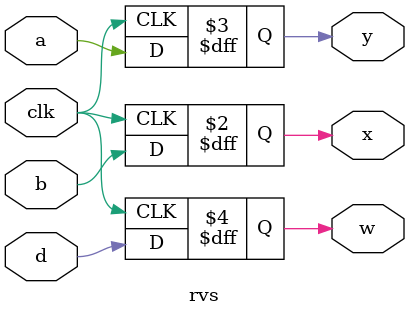
<source format=v>
module gld(input clk,a,b,c,output reg x,y,z) ;
    always @(posedge clk) {x,y,z} <= {a,b,c} ;
endmodule
module rvs(input clk,a,b,d,output reg x,y,w) ;
    always @(posedge clk) {x,y,w} <= {b,a,d} ;
endmodule

</source>
